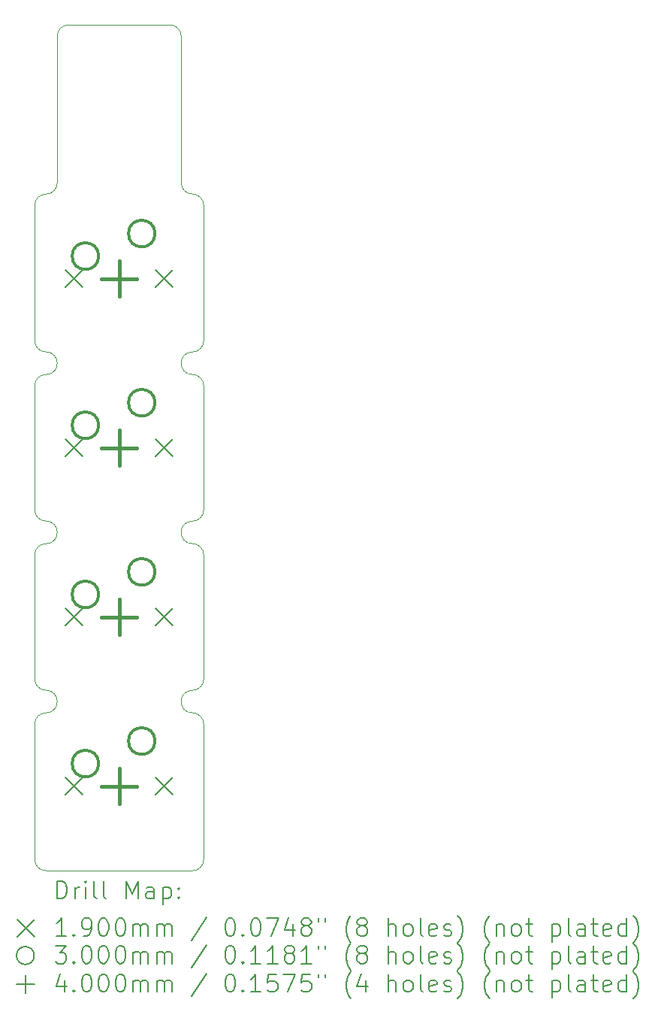
<source format=gbr>
%FSLAX45Y45*%
G04 Gerber Fmt 4.5, Leading zero omitted, Abs format (unit mm)*
G04 Created by KiCad (PCBNEW (6.0.1-0)) date 2022-02-06 13:56:44*
%MOMM*%
%LPD*%
G01*
G04 APERTURE LIST*
%TA.AperFunction,Profile*%
%ADD10C,0.100000*%
%TD*%
%ADD11C,0.200000*%
%ADD12C,0.190000*%
%ADD13C,0.300000*%
%ADD14C,0.400000*%
G04 APERTURE END LIST*
D10*
X11112500Y-10985500D02*
G75*
G03*
X10985500Y-10858500I-127000J0D01*
G01*
X9334500Y-12763500D02*
G75*
G03*
X9334500Y-12509500I0J127000D01*
G01*
X11112500Y-10477500D02*
X11112500Y-9080500D01*
X9207500Y-14414500D02*
G75*
G03*
X9334500Y-14541500I127000J0D01*
G01*
X11112500Y-8572500D02*
X11112500Y-7048500D01*
X10985500Y-10604500D02*
G75*
G03*
X10985500Y-10858500I0J-127000D01*
G01*
X11112500Y-7048500D02*
G75*
G03*
X10985500Y-6921500I-127000J0D01*
G01*
X9334500Y-10858500D02*
G75*
G03*
X9207500Y-10985500I0J-127000D01*
G01*
X9334500Y-8953500D02*
G75*
G03*
X9207500Y-9080500I0J-127000D01*
G01*
X10858500Y-6794500D02*
G75*
G03*
X10985500Y-6921500I127000J0D01*
G01*
X10731500Y-5016500D02*
X9588500Y-5016500D01*
X9207500Y-8572500D02*
G75*
G03*
X9334500Y-8699500I127000J0D01*
G01*
X10985500Y-8699500D02*
G75*
G03*
X11112500Y-8572500I0J127000D01*
G01*
X9207500Y-12382500D02*
G75*
G03*
X9334500Y-12509500I127000J0D01*
G01*
X10985500Y-10604500D02*
G75*
G03*
X11112500Y-10477500I0J127000D01*
G01*
X11112500Y-12382500D02*
X11112500Y-10985500D01*
X10985500Y-12509500D02*
G75*
G03*
X10985500Y-12763500I0J-127000D01*
G01*
X9334500Y-10858500D02*
G75*
G03*
X9334500Y-10604500I0J127000D01*
G01*
X11112500Y-9080500D02*
G75*
G03*
X10985500Y-8953500I-127000J0D01*
G01*
X10858500Y-5143500D02*
G75*
G03*
X10731500Y-5016500I-127000J0D01*
G01*
X9588500Y-5016500D02*
G75*
G03*
X9461500Y-5143500I0J-127000D01*
G01*
X9207500Y-9080500D02*
X9207500Y-10477500D01*
X9334500Y-6921500D02*
G75*
G03*
X9207500Y-7048500I0J-127000D01*
G01*
X9334500Y-12763500D02*
G75*
G03*
X9207500Y-12890500I0J-127000D01*
G01*
X9207500Y-10985500D02*
X9207500Y-12382500D01*
X10985500Y-14541500D02*
G75*
G03*
X11112500Y-14414500I0J127000D01*
G01*
X9334500Y-6921500D02*
G75*
G03*
X9461500Y-6794500I0J127000D01*
G01*
X9207500Y-12890500D02*
X9207500Y-14414500D01*
X11112500Y-12890500D02*
G75*
G03*
X10985500Y-12763500I-127000J0D01*
G01*
X9334500Y-14541500D02*
X10985500Y-14541500D01*
X9207500Y-10477500D02*
G75*
G03*
X9334500Y-10604500I127000J0D01*
G01*
X10985500Y-12509500D02*
G75*
G03*
X11112500Y-12382500I0J127000D01*
G01*
X10985500Y-8699500D02*
G75*
G03*
X10985500Y-8953500I0J-127000D01*
G01*
X9461500Y-5143500D02*
X9461500Y-6794500D01*
X9334500Y-8953500D02*
G75*
G03*
X9334500Y-8699500I0J127000D01*
G01*
X11112500Y-14414500D02*
X11112500Y-12890500D01*
X10858500Y-6794500D02*
X10858500Y-5143500D01*
X9207500Y-7048500D02*
X9207500Y-8572500D01*
D11*
D12*
X9557000Y-7779000D02*
X9747000Y-7969000D01*
X9747000Y-7779000D02*
X9557000Y-7969000D01*
X9557000Y-9684000D02*
X9747000Y-9874000D01*
X9747000Y-9684000D02*
X9557000Y-9874000D01*
X9557000Y-11589000D02*
X9747000Y-11779000D01*
X9747000Y-11589000D02*
X9557000Y-11779000D01*
X9557000Y-13494000D02*
X9747000Y-13684000D01*
X9747000Y-13494000D02*
X9557000Y-13684000D01*
X10573000Y-7779000D02*
X10763000Y-7969000D01*
X10763000Y-7779000D02*
X10573000Y-7969000D01*
X10573000Y-9684000D02*
X10763000Y-9874000D01*
X10763000Y-9684000D02*
X10573000Y-9874000D01*
X10573000Y-11589000D02*
X10763000Y-11779000D01*
X10763000Y-11589000D02*
X10573000Y-11779000D01*
X10573000Y-13494000D02*
X10763000Y-13684000D01*
X10763000Y-13494000D02*
X10573000Y-13684000D01*
D13*
X9929000Y-7620000D02*
G75*
G03*
X9929000Y-7620000I-150000J0D01*
G01*
X9929000Y-9525000D02*
G75*
G03*
X9929000Y-9525000I-150000J0D01*
G01*
X9929000Y-11430000D02*
G75*
G03*
X9929000Y-11430000I-150000J0D01*
G01*
X9929000Y-13335000D02*
G75*
G03*
X9929000Y-13335000I-150000J0D01*
G01*
X10564000Y-7366000D02*
G75*
G03*
X10564000Y-7366000I-150000J0D01*
G01*
X10564000Y-9271000D02*
G75*
G03*
X10564000Y-9271000I-150000J0D01*
G01*
X10564000Y-11176000D02*
G75*
G03*
X10564000Y-11176000I-150000J0D01*
G01*
X10564000Y-13081000D02*
G75*
G03*
X10564000Y-13081000I-150000J0D01*
G01*
D14*
X10160000Y-7674000D02*
X10160000Y-8074000D01*
X9960000Y-7874000D02*
X10360000Y-7874000D01*
X10160000Y-9579000D02*
X10160000Y-9979000D01*
X9960000Y-9779000D02*
X10360000Y-9779000D01*
X10160000Y-11484000D02*
X10160000Y-11884000D01*
X9960000Y-11684000D02*
X10360000Y-11684000D01*
X10160000Y-13389000D02*
X10160000Y-13789000D01*
X9960000Y-13589000D02*
X10360000Y-13589000D01*
D11*
X9460119Y-14856976D02*
X9460119Y-14656976D01*
X9507738Y-14656976D01*
X9536310Y-14666500D01*
X9555357Y-14685548D01*
X9564881Y-14704595D01*
X9574405Y-14742690D01*
X9574405Y-14771262D01*
X9564881Y-14809357D01*
X9555357Y-14828405D01*
X9536310Y-14847452D01*
X9507738Y-14856976D01*
X9460119Y-14856976D01*
X9660119Y-14856976D02*
X9660119Y-14723643D01*
X9660119Y-14761738D02*
X9669643Y-14742690D01*
X9679167Y-14733167D01*
X9698214Y-14723643D01*
X9717262Y-14723643D01*
X9783929Y-14856976D02*
X9783929Y-14723643D01*
X9783929Y-14656976D02*
X9774405Y-14666500D01*
X9783929Y-14676024D01*
X9793452Y-14666500D01*
X9783929Y-14656976D01*
X9783929Y-14676024D01*
X9907738Y-14856976D02*
X9888690Y-14847452D01*
X9879167Y-14828405D01*
X9879167Y-14656976D01*
X10012500Y-14856976D02*
X9993452Y-14847452D01*
X9983929Y-14828405D01*
X9983929Y-14656976D01*
X10241071Y-14856976D02*
X10241071Y-14656976D01*
X10307738Y-14799833D01*
X10374405Y-14656976D01*
X10374405Y-14856976D01*
X10555357Y-14856976D02*
X10555357Y-14752214D01*
X10545833Y-14733167D01*
X10526786Y-14723643D01*
X10488690Y-14723643D01*
X10469643Y-14733167D01*
X10555357Y-14847452D02*
X10536310Y-14856976D01*
X10488690Y-14856976D01*
X10469643Y-14847452D01*
X10460119Y-14828405D01*
X10460119Y-14809357D01*
X10469643Y-14790309D01*
X10488690Y-14780786D01*
X10536310Y-14780786D01*
X10555357Y-14771262D01*
X10650595Y-14723643D02*
X10650595Y-14923643D01*
X10650595Y-14733167D02*
X10669643Y-14723643D01*
X10707738Y-14723643D01*
X10726786Y-14733167D01*
X10736310Y-14742690D01*
X10745833Y-14761738D01*
X10745833Y-14818881D01*
X10736310Y-14837928D01*
X10726786Y-14847452D01*
X10707738Y-14856976D01*
X10669643Y-14856976D01*
X10650595Y-14847452D01*
X10831548Y-14837928D02*
X10841071Y-14847452D01*
X10831548Y-14856976D01*
X10822024Y-14847452D01*
X10831548Y-14837928D01*
X10831548Y-14856976D01*
X10831548Y-14733167D02*
X10841071Y-14742690D01*
X10831548Y-14752214D01*
X10822024Y-14742690D01*
X10831548Y-14733167D01*
X10831548Y-14752214D01*
D12*
X9012500Y-15091500D02*
X9202500Y-15281500D01*
X9202500Y-15091500D02*
X9012500Y-15281500D01*
D11*
X9564881Y-15276976D02*
X9450595Y-15276976D01*
X9507738Y-15276976D02*
X9507738Y-15076976D01*
X9488690Y-15105548D01*
X9469643Y-15124595D01*
X9450595Y-15134119D01*
X9650595Y-15257928D02*
X9660119Y-15267452D01*
X9650595Y-15276976D01*
X9641071Y-15267452D01*
X9650595Y-15257928D01*
X9650595Y-15276976D01*
X9755357Y-15276976D02*
X9793452Y-15276976D01*
X9812500Y-15267452D01*
X9822024Y-15257928D01*
X9841071Y-15229357D01*
X9850595Y-15191262D01*
X9850595Y-15115071D01*
X9841071Y-15096024D01*
X9831548Y-15086500D01*
X9812500Y-15076976D01*
X9774405Y-15076976D01*
X9755357Y-15086500D01*
X9745833Y-15096024D01*
X9736310Y-15115071D01*
X9736310Y-15162690D01*
X9745833Y-15181738D01*
X9755357Y-15191262D01*
X9774405Y-15200786D01*
X9812500Y-15200786D01*
X9831548Y-15191262D01*
X9841071Y-15181738D01*
X9850595Y-15162690D01*
X9974405Y-15076976D02*
X9993452Y-15076976D01*
X10012500Y-15086500D01*
X10022024Y-15096024D01*
X10031548Y-15115071D01*
X10041071Y-15153167D01*
X10041071Y-15200786D01*
X10031548Y-15238881D01*
X10022024Y-15257928D01*
X10012500Y-15267452D01*
X9993452Y-15276976D01*
X9974405Y-15276976D01*
X9955357Y-15267452D01*
X9945833Y-15257928D01*
X9936310Y-15238881D01*
X9926786Y-15200786D01*
X9926786Y-15153167D01*
X9936310Y-15115071D01*
X9945833Y-15096024D01*
X9955357Y-15086500D01*
X9974405Y-15076976D01*
X10164881Y-15076976D02*
X10183929Y-15076976D01*
X10202976Y-15086500D01*
X10212500Y-15096024D01*
X10222024Y-15115071D01*
X10231548Y-15153167D01*
X10231548Y-15200786D01*
X10222024Y-15238881D01*
X10212500Y-15257928D01*
X10202976Y-15267452D01*
X10183929Y-15276976D01*
X10164881Y-15276976D01*
X10145833Y-15267452D01*
X10136310Y-15257928D01*
X10126786Y-15238881D01*
X10117262Y-15200786D01*
X10117262Y-15153167D01*
X10126786Y-15115071D01*
X10136310Y-15096024D01*
X10145833Y-15086500D01*
X10164881Y-15076976D01*
X10317262Y-15276976D02*
X10317262Y-15143643D01*
X10317262Y-15162690D02*
X10326786Y-15153167D01*
X10345833Y-15143643D01*
X10374405Y-15143643D01*
X10393452Y-15153167D01*
X10402976Y-15172214D01*
X10402976Y-15276976D01*
X10402976Y-15172214D02*
X10412500Y-15153167D01*
X10431548Y-15143643D01*
X10460119Y-15143643D01*
X10479167Y-15153167D01*
X10488690Y-15172214D01*
X10488690Y-15276976D01*
X10583929Y-15276976D02*
X10583929Y-15143643D01*
X10583929Y-15162690D02*
X10593452Y-15153167D01*
X10612500Y-15143643D01*
X10641071Y-15143643D01*
X10660119Y-15153167D01*
X10669643Y-15172214D01*
X10669643Y-15276976D01*
X10669643Y-15172214D02*
X10679167Y-15153167D01*
X10698214Y-15143643D01*
X10726786Y-15143643D01*
X10745833Y-15153167D01*
X10755357Y-15172214D01*
X10755357Y-15276976D01*
X11145833Y-15067452D02*
X10974405Y-15324595D01*
X11402976Y-15076976D02*
X11422024Y-15076976D01*
X11441071Y-15086500D01*
X11450595Y-15096024D01*
X11460119Y-15115071D01*
X11469643Y-15153167D01*
X11469643Y-15200786D01*
X11460119Y-15238881D01*
X11450595Y-15257928D01*
X11441071Y-15267452D01*
X11422024Y-15276976D01*
X11402976Y-15276976D01*
X11383928Y-15267452D01*
X11374405Y-15257928D01*
X11364881Y-15238881D01*
X11355357Y-15200786D01*
X11355357Y-15153167D01*
X11364881Y-15115071D01*
X11374405Y-15096024D01*
X11383928Y-15086500D01*
X11402976Y-15076976D01*
X11555357Y-15257928D02*
X11564881Y-15267452D01*
X11555357Y-15276976D01*
X11545833Y-15267452D01*
X11555357Y-15257928D01*
X11555357Y-15276976D01*
X11688690Y-15076976D02*
X11707738Y-15076976D01*
X11726786Y-15086500D01*
X11736309Y-15096024D01*
X11745833Y-15115071D01*
X11755357Y-15153167D01*
X11755357Y-15200786D01*
X11745833Y-15238881D01*
X11736309Y-15257928D01*
X11726786Y-15267452D01*
X11707738Y-15276976D01*
X11688690Y-15276976D01*
X11669643Y-15267452D01*
X11660119Y-15257928D01*
X11650595Y-15238881D01*
X11641071Y-15200786D01*
X11641071Y-15153167D01*
X11650595Y-15115071D01*
X11660119Y-15096024D01*
X11669643Y-15086500D01*
X11688690Y-15076976D01*
X11822024Y-15076976D02*
X11955357Y-15076976D01*
X11869643Y-15276976D01*
X12117262Y-15143643D02*
X12117262Y-15276976D01*
X12069643Y-15067452D02*
X12022024Y-15210309D01*
X12145833Y-15210309D01*
X12250595Y-15162690D02*
X12231548Y-15153167D01*
X12222024Y-15143643D01*
X12212500Y-15124595D01*
X12212500Y-15115071D01*
X12222024Y-15096024D01*
X12231548Y-15086500D01*
X12250595Y-15076976D01*
X12288690Y-15076976D01*
X12307738Y-15086500D01*
X12317262Y-15096024D01*
X12326786Y-15115071D01*
X12326786Y-15124595D01*
X12317262Y-15143643D01*
X12307738Y-15153167D01*
X12288690Y-15162690D01*
X12250595Y-15162690D01*
X12231548Y-15172214D01*
X12222024Y-15181738D01*
X12212500Y-15200786D01*
X12212500Y-15238881D01*
X12222024Y-15257928D01*
X12231548Y-15267452D01*
X12250595Y-15276976D01*
X12288690Y-15276976D01*
X12307738Y-15267452D01*
X12317262Y-15257928D01*
X12326786Y-15238881D01*
X12326786Y-15200786D01*
X12317262Y-15181738D01*
X12307738Y-15172214D01*
X12288690Y-15162690D01*
X12402976Y-15076976D02*
X12402976Y-15115071D01*
X12479167Y-15076976D02*
X12479167Y-15115071D01*
X12774405Y-15353167D02*
X12764881Y-15343643D01*
X12745833Y-15315071D01*
X12736309Y-15296024D01*
X12726786Y-15267452D01*
X12717262Y-15219833D01*
X12717262Y-15181738D01*
X12726786Y-15134119D01*
X12736309Y-15105548D01*
X12745833Y-15086500D01*
X12764881Y-15057928D01*
X12774405Y-15048405D01*
X12879167Y-15162690D02*
X12860119Y-15153167D01*
X12850595Y-15143643D01*
X12841071Y-15124595D01*
X12841071Y-15115071D01*
X12850595Y-15096024D01*
X12860119Y-15086500D01*
X12879167Y-15076976D01*
X12917262Y-15076976D01*
X12936309Y-15086500D01*
X12945833Y-15096024D01*
X12955357Y-15115071D01*
X12955357Y-15124595D01*
X12945833Y-15143643D01*
X12936309Y-15153167D01*
X12917262Y-15162690D01*
X12879167Y-15162690D01*
X12860119Y-15172214D01*
X12850595Y-15181738D01*
X12841071Y-15200786D01*
X12841071Y-15238881D01*
X12850595Y-15257928D01*
X12860119Y-15267452D01*
X12879167Y-15276976D01*
X12917262Y-15276976D01*
X12936309Y-15267452D01*
X12945833Y-15257928D01*
X12955357Y-15238881D01*
X12955357Y-15200786D01*
X12945833Y-15181738D01*
X12936309Y-15172214D01*
X12917262Y-15162690D01*
X13193452Y-15276976D02*
X13193452Y-15076976D01*
X13279167Y-15276976D02*
X13279167Y-15172214D01*
X13269643Y-15153167D01*
X13250595Y-15143643D01*
X13222024Y-15143643D01*
X13202976Y-15153167D01*
X13193452Y-15162690D01*
X13402976Y-15276976D02*
X13383928Y-15267452D01*
X13374405Y-15257928D01*
X13364881Y-15238881D01*
X13364881Y-15181738D01*
X13374405Y-15162690D01*
X13383928Y-15153167D01*
X13402976Y-15143643D01*
X13431548Y-15143643D01*
X13450595Y-15153167D01*
X13460119Y-15162690D01*
X13469643Y-15181738D01*
X13469643Y-15238881D01*
X13460119Y-15257928D01*
X13450595Y-15267452D01*
X13431548Y-15276976D01*
X13402976Y-15276976D01*
X13583928Y-15276976D02*
X13564881Y-15267452D01*
X13555357Y-15248405D01*
X13555357Y-15076976D01*
X13736309Y-15267452D02*
X13717262Y-15276976D01*
X13679167Y-15276976D01*
X13660119Y-15267452D01*
X13650595Y-15248405D01*
X13650595Y-15172214D01*
X13660119Y-15153167D01*
X13679167Y-15143643D01*
X13717262Y-15143643D01*
X13736309Y-15153167D01*
X13745833Y-15172214D01*
X13745833Y-15191262D01*
X13650595Y-15210309D01*
X13822024Y-15267452D02*
X13841071Y-15276976D01*
X13879167Y-15276976D01*
X13898214Y-15267452D01*
X13907738Y-15248405D01*
X13907738Y-15238881D01*
X13898214Y-15219833D01*
X13879167Y-15210309D01*
X13850595Y-15210309D01*
X13831548Y-15200786D01*
X13822024Y-15181738D01*
X13822024Y-15172214D01*
X13831548Y-15153167D01*
X13850595Y-15143643D01*
X13879167Y-15143643D01*
X13898214Y-15153167D01*
X13974405Y-15353167D02*
X13983928Y-15343643D01*
X14002976Y-15315071D01*
X14012500Y-15296024D01*
X14022024Y-15267452D01*
X14031548Y-15219833D01*
X14031548Y-15181738D01*
X14022024Y-15134119D01*
X14012500Y-15105548D01*
X14002976Y-15086500D01*
X13983928Y-15057928D01*
X13974405Y-15048405D01*
X14336309Y-15353167D02*
X14326786Y-15343643D01*
X14307738Y-15315071D01*
X14298214Y-15296024D01*
X14288690Y-15267452D01*
X14279167Y-15219833D01*
X14279167Y-15181738D01*
X14288690Y-15134119D01*
X14298214Y-15105548D01*
X14307738Y-15086500D01*
X14326786Y-15057928D01*
X14336309Y-15048405D01*
X14412500Y-15143643D02*
X14412500Y-15276976D01*
X14412500Y-15162690D02*
X14422024Y-15153167D01*
X14441071Y-15143643D01*
X14469643Y-15143643D01*
X14488690Y-15153167D01*
X14498214Y-15172214D01*
X14498214Y-15276976D01*
X14622024Y-15276976D02*
X14602976Y-15267452D01*
X14593452Y-15257928D01*
X14583928Y-15238881D01*
X14583928Y-15181738D01*
X14593452Y-15162690D01*
X14602976Y-15153167D01*
X14622024Y-15143643D01*
X14650595Y-15143643D01*
X14669643Y-15153167D01*
X14679167Y-15162690D01*
X14688690Y-15181738D01*
X14688690Y-15238881D01*
X14679167Y-15257928D01*
X14669643Y-15267452D01*
X14650595Y-15276976D01*
X14622024Y-15276976D01*
X14745833Y-15143643D02*
X14822024Y-15143643D01*
X14774405Y-15076976D02*
X14774405Y-15248405D01*
X14783928Y-15267452D01*
X14802976Y-15276976D01*
X14822024Y-15276976D01*
X15041071Y-15143643D02*
X15041071Y-15343643D01*
X15041071Y-15153167D02*
X15060119Y-15143643D01*
X15098214Y-15143643D01*
X15117262Y-15153167D01*
X15126786Y-15162690D01*
X15136309Y-15181738D01*
X15136309Y-15238881D01*
X15126786Y-15257928D01*
X15117262Y-15267452D01*
X15098214Y-15276976D01*
X15060119Y-15276976D01*
X15041071Y-15267452D01*
X15250595Y-15276976D02*
X15231548Y-15267452D01*
X15222024Y-15248405D01*
X15222024Y-15076976D01*
X15412500Y-15276976D02*
X15412500Y-15172214D01*
X15402976Y-15153167D01*
X15383928Y-15143643D01*
X15345833Y-15143643D01*
X15326786Y-15153167D01*
X15412500Y-15267452D02*
X15393452Y-15276976D01*
X15345833Y-15276976D01*
X15326786Y-15267452D01*
X15317262Y-15248405D01*
X15317262Y-15229357D01*
X15326786Y-15210309D01*
X15345833Y-15200786D01*
X15393452Y-15200786D01*
X15412500Y-15191262D01*
X15479167Y-15143643D02*
X15555357Y-15143643D01*
X15507738Y-15076976D02*
X15507738Y-15248405D01*
X15517262Y-15267452D01*
X15536309Y-15276976D01*
X15555357Y-15276976D01*
X15698214Y-15267452D02*
X15679167Y-15276976D01*
X15641071Y-15276976D01*
X15622024Y-15267452D01*
X15612500Y-15248405D01*
X15612500Y-15172214D01*
X15622024Y-15153167D01*
X15641071Y-15143643D01*
X15679167Y-15143643D01*
X15698214Y-15153167D01*
X15707738Y-15172214D01*
X15707738Y-15191262D01*
X15612500Y-15210309D01*
X15879167Y-15276976D02*
X15879167Y-15076976D01*
X15879167Y-15267452D02*
X15860119Y-15276976D01*
X15822024Y-15276976D01*
X15802976Y-15267452D01*
X15793452Y-15257928D01*
X15783928Y-15238881D01*
X15783928Y-15181738D01*
X15793452Y-15162690D01*
X15802976Y-15153167D01*
X15822024Y-15143643D01*
X15860119Y-15143643D01*
X15879167Y-15153167D01*
X15955357Y-15353167D02*
X15964881Y-15343643D01*
X15983928Y-15315071D01*
X15993452Y-15296024D01*
X16002976Y-15267452D01*
X16012500Y-15219833D01*
X16012500Y-15181738D01*
X16002976Y-15134119D01*
X15993452Y-15105548D01*
X15983928Y-15086500D01*
X15964881Y-15057928D01*
X15955357Y-15048405D01*
X9202500Y-15496500D02*
G75*
G03*
X9202500Y-15496500I-100000J0D01*
G01*
X9441071Y-15386976D02*
X9564881Y-15386976D01*
X9498214Y-15463167D01*
X9526786Y-15463167D01*
X9545833Y-15472690D01*
X9555357Y-15482214D01*
X9564881Y-15501262D01*
X9564881Y-15548881D01*
X9555357Y-15567928D01*
X9545833Y-15577452D01*
X9526786Y-15586976D01*
X9469643Y-15586976D01*
X9450595Y-15577452D01*
X9441071Y-15567928D01*
X9650595Y-15567928D02*
X9660119Y-15577452D01*
X9650595Y-15586976D01*
X9641071Y-15577452D01*
X9650595Y-15567928D01*
X9650595Y-15586976D01*
X9783929Y-15386976D02*
X9802976Y-15386976D01*
X9822024Y-15396500D01*
X9831548Y-15406024D01*
X9841071Y-15425071D01*
X9850595Y-15463167D01*
X9850595Y-15510786D01*
X9841071Y-15548881D01*
X9831548Y-15567928D01*
X9822024Y-15577452D01*
X9802976Y-15586976D01*
X9783929Y-15586976D01*
X9764881Y-15577452D01*
X9755357Y-15567928D01*
X9745833Y-15548881D01*
X9736310Y-15510786D01*
X9736310Y-15463167D01*
X9745833Y-15425071D01*
X9755357Y-15406024D01*
X9764881Y-15396500D01*
X9783929Y-15386976D01*
X9974405Y-15386976D02*
X9993452Y-15386976D01*
X10012500Y-15396500D01*
X10022024Y-15406024D01*
X10031548Y-15425071D01*
X10041071Y-15463167D01*
X10041071Y-15510786D01*
X10031548Y-15548881D01*
X10022024Y-15567928D01*
X10012500Y-15577452D01*
X9993452Y-15586976D01*
X9974405Y-15586976D01*
X9955357Y-15577452D01*
X9945833Y-15567928D01*
X9936310Y-15548881D01*
X9926786Y-15510786D01*
X9926786Y-15463167D01*
X9936310Y-15425071D01*
X9945833Y-15406024D01*
X9955357Y-15396500D01*
X9974405Y-15386976D01*
X10164881Y-15386976D02*
X10183929Y-15386976D01*
X10202976Y-15396500D01*
X10212500Y-15406024D01*
X10222024Y-15425071D01*
X10231548Y-15463167D01*
X10231548Y-15510786D01*
X10222024Y-15548881D01*
X10212500Y-15567928D01*
X10202976Y-15577452D01*
X10183929Y-15586976D01*
X10164881Y-15586976D01*
X10145833Y-15577452D01*
X10136310Y-15567928D01*
X10126786Y-15548881D01*
X10117262Y-15510786D01*
X10117262Y-15463167D01*
X10126786Y-15425071D01*
X10136310Y-15406024D01*
X10145833Y-15396500D01*
X10164881Y-15386976D01*
X10317262Y-15586976D02*
X10317262Y-15453643D01*
X10317262Y-15472690D02*
X10326786Y-15463167D01*
X10345833Y-15453643D01*
X10374405Y-15453643D01*
X10393452Y-15463167D01*
X10402976Y-15482214D01*
X10402976Y-15586976D01*
X10402976Y-15482214D02*
X10412500Y-15463167D01*
X10431548Y-15453643D01*
X10460119Y-15453643D01*
X10479167Y-15463167D01*
X10488690Y-15482214D01*
X10488690Y-15586976D01*
X10583929Y-15586976D02*
X10583929Y-15453643D01*
X10583929Y-15472690D02*
X10593452Y-15463167D01*
X10612500Y-15453643D01*
X10641071Y-15453643D01*
X10660119Y-15463167D01*
X10669643Y-15482214D01*
X10669643Y-15586976D01*
X10669643Y-15482214D02*
X10679167Y-15463167D01*
X10698214Y-15453643D01*
X10726786Y-15453643D01*
X10745833Y-15463167D01*
X10755357Y-15482214D01*
X10755357Y-15586976D01*
X11145833Y-15377452D02*
X10974405Y-15634595D01*
X11402976Y-15386976D02*
X11422024Y-15386976D01*
X11441071Y-15396500D01*
X11450595Y-15406024D01*
X11460119Y-15425071D01*
X11469643Y-15463167D01*
X11469643Y-15510786D01*
X11460119Y-15548881D01*
X11450595Y-15567928D01*
X11441071Y-15577452D01*
X11422024Y-15586976D01*
X11402976Y-15586976D01*
X11383928Y-15577452D01*
X11374405Y-15567928D01*
X11364881Y-15548881D01*
X11355357Y-15510786D01*
X11355357Y-15463167D01*
X11364881Y-15425071D01*
X11374405Y-15406024D01*
X11383928Y-15396500D01*
X11402976Y-15386976D01*
X11555357Y-15567928D02*
X11564881Y-15577452D01*
X11555357Y-15586976D01*
X11545833Y-15577452D01*
X11555357Y-15567928D01*
X11555357Y-15586976D01*
X11755357Y-15586976D02*
X11641071Y-15586976D01*
X11698214Y-15586976D02*
X11698214Y-15386976D01*
X11679167Y-15415548D01*
X11660119Y-15434595D01*
X11641071Y-15444119D01*
X11945833Y-15586976D02*
X11831548Y-15586976D01*
X11888690Y-15586976D02*
X11888690Y-15386976D01*
X11869643Y-15415548D01*
X11850595Y-15434595D01*
X11831548Y-15444119D01*
X12060119Y-15472690D02*
X12041071Y-15463167D01*
X12031548Y-15453643D01*
X12022024Y-15434595D01*
X12022024Y-15425071D01*
X12031548Y-15406024D01*
X12041071Y-15396500D01*
X12060119Y-15386976D01*
X12098214Y-15386976D01*
X12117262Y-15396500D01*
X12126786Y-15406024D01*
X12136309Y-15425071D01*
X12136309Y-15434595D01*
X12126786Y-15453643D01*
X12117262Y-15463167D01*
X12098214Y-15472690D01*
X12060119Y-15472690D01*
X12041071Y-15482214D01*
X12031548Y-15491738D01*
X12022024Y-15510786D01*
X12022024Y-15548881D01*
X12031548Y-15567928D01*
X12041071Y-15577452D01*
X12060119Y-15586976D01*
X12098214Y-15586976D01*
X12117262Y-15577452D01*
X12126786Y-15567928D01*
X12136309Y-15548881D01*
X12136309Y-15510786D01*
X12126786Y-15491738D01*
X12117262Y-15482214D01*
X12098214Y-15472690D01*
X12326786Y-15586976D02*
X12212500Y-15586976D01*
X12269643Y-15586976D02*
X12269643Y-15386976D01*
X12250595Y-15415548D01*
X12231548Y-15434595D01*
X12212500Y-15444119D01*
X12402976Y-15386976D02*
X12402976Y-15425071D01*
X12479167Y-15386976D02*
X12479167Y-15425071D01*
X12774405Y-15663167D02*
X12764881Y-15653643D01*
X12745833Y-15625071D01*
X12736309Y-15606024D01*
X12726786Y-15577452D01*
X12717262Y-15529833D01*
X12717262Y-15491738D01*
X12726786Y-15444119D01*
X12736309Y-15415548D01*
X12745833Y-15396500D01*
X12764881Y-15367928D01*
X12774405Y-15358405D01*
X12879167Y-15472690D02*
X12860119Y-15463167D01*
X12850595Y-15453643D01*
X12841071Y-15434595D01*
X12841071Y-15425071D01*
X12850595Y-15406024D01*
X12860119Y-15396500D01*
X12879167Y-15386976D01*
X12917262Y-15386976D01*
X12936309Y-15396500D01*
X12945833Y-15406024D01*
X12955357Y-15425071D01*
X12955357Y-15434595D01*
X12945833Y-15453643D01*
X12936309Y-15463167D01*
X12917262Y-15472690D01*
X12879167Y-15472690D01*
X12860119Y-15482214D01*
X12850595Y-15491738D01*
X12841071Y-15510786D01*
X12841071Y-15548881D01*
X12850595Y-15567928D01*
X12860119Y-15577452D01*
X12879167Y-15586976D01*
X12917262Y-15586976D01*
X12936309Y-15577452D01*
X12945833Y-15567928D01*
X12955357Y-15548881D01*
X12955357Y-15510786D01*
X12945833Y-15491738D01*
X12936309Y-15482214D01*
X12917262Y-15472690D01*
X13193452Y-15586976D02*
X13193452Y-15386976D01*
X13279167Y-15586976D02*
X13279167Y-15482214D01*
X13269643Y-15463167D01*
X13250595Y-15453643D01*
X13222024Y-15453643D01*
X13202976Y-15463167D01*
X13193452Y-15472690D01*
X13402976Y-15586976D02*
X13383928Y-15577452D01*
X13374405Y-15567928D01*
X13364881Y-15548881D01*
X13364881Y-15491738D01*
X13374405Y-15472690D01*
X13383928Y-15463167D01*
X13402976Y-15453643D01*
X13431548Y-15453643D01*
X13450595Y-15463167D01*
X13460119Y-15472690D01*
X13469643Y-15491738D01*
X13469643Y-15548881D01*
X13460119Y-15567928D01*
X13450595Y-15577452D01*
X13431548Y-15586976D01*
X13402976Y-15586976D01*
X13583928Y-15586976D02*
X13564881Y-15577452D01*
X13555357Y-15558405D01*
X13555357Y-15386976D01*
X13736309Y-15577452D02*
X13717262Y-15586976D01*
X13679167Y-15586976D01*
X13660119Y-15577452D01*
X13650595Y-15558405D01*
X13650595Y-15482214D01*
X13660119Y-15463167D01*
X13679167Y-15453643D01*
X13717262Y-15453643D01*
X13736309Y-15463167D01*
X13745833Y-15482214D01*
X13745833Y-15501262D01*
X13650595Y-15520309D01*
X13822024Y-15577452D02*
X13841071Y-15586976D01*
X13879167Y-15586976D01*
X13898214Y-15577452D01*
X13907738Y-15558405D01*
X13907738Y-15548881D01*
X13898214Y-15529833D01*
X13879167Y-15520309D01*
X13850595Y-15520309D01*
X13831548Y-15510786D01*
X13822024Y-15491738D01*
X13822024Y-15482214D01*
X13831548Y-15463167D01*
X13850595Y-15453643D01*
X13879167Y-15453643D01*
X13898214Y-15463167D01*
X13974405Y-15663167D02*
X13983928Y-15653643D01*
X14002976Y-15625071D01*
X14012500Y-15606024D01*
X14022024Y-15577452D01*
X14031548Y-15529833D01*
X14031548Y-15491738D01*
X14022024Y-15444119D01*
X14012500Y-15415548D01*
X14002976Y-15396500D01*
X13983928Y-15367928D01*
X13974405Y-15358405D01*
X14336309Y-15663167D02*
X14326786Y-15653643D01*
X14307738Y-15625071D01*
X14298214Y-15606024D01*
X14288690Y-15577452D01*
X14279167Y-15529833D01*
X14279167Y-15491738D01*
X14288690Y-15444119D01*
X14298214Y-15415548D01*
X14307738Y-15396500D01*
X14326786Y-15367928D01*
X14336309Y-15358405D01*
X14412500Y-15453643D02*
X14412500Y-15586976D01*
X14412500Y-15472690D02*
X14422024Y-15463167D01*
X14441071Y-15453643D01*
X14469643Y-15453643D01*
X14488690Y-15463167D01*
X14498214Y-15482214D01*
X14498214Y-15586976D01*
X14622024Y-15586976D02*
X14602976Y-15577452D01*
X14593452Y-15567928D01*
X14583928Y-15548881D01*
X14583928Y-15491738D01*
X14593452Y-15472690D01*
X14602976Y-15463167D01*
X14622024Y-15453643D01*
X14650595Y-15453643D01*
X14669643Y-15463167D01*
X14679167Y-15472690D01*
X14688690Y-15491738D01*
X14688690Y-15548881D01*
X14679167Y-15567928D01*
X14669643Y-15577452D01*
X14650595Y-15586976D01*
X14622024Y-15586976D01*
X14745833Y-15453643D02*
X14822024Y-15453643D01*
X14774405Y-15386976D02*
X14774405Y-15558405D01*
X14783928Y-15577452D01*
X14802976Y-15586976D01*
X14822024Y-15586976D01*
X15041071Y-15453643D02*
X15041071Y-15653643D01*
X15041071Y-15463167D02*
X15060119Y-15453643D01*
X15098214Y-15453643D01*
X15117262Y-15463167D01*
X15126786Y-15472690D01*
X15136309Y-15491738D01*
X15136309Y-15548881D01*
X15126786Y-15567928D01*
X15117262Y-15577452D01*
X15098214Y-15586976D01*
X15060119Y-15586976D01*
X15041071Y-15577452D01*
X15250595Y-15586976D02*
X15231548Y-15577452D01*
X15222024Y-15558405D01*
X15222024Y-15386976D01*
X15412500Y-15586976D02*
X15412500Y-15482214D01*
X15402976Y-15463167D01*
X15383928Y-15453643D01*
X15345833Y-15453643D01*
X15326786Y-15463167D01*
X15412500Y-15577452D02*
X15393452Y-15586976D01*
X15345833Y-15586976D01*
X15326786Y-15577452D01*
X15317262Y-15558405D01*
X15317262Y-15539357D01*
X15326786Y-15520309D01*
X15345833Y-15510786D01*
X15393452Y-15510786D01*
X15412500Y-15501262D01*
X15479167Y-15453643D02*
X15555357Y-15453643D01*
X15507738Y-15386976D02*
X15507738Y-15558405D01*
X15517262Y-15577452D01*
X15536309Y-15586976D01*
X15555357Y-15586976D01*
X15698214Y-15577452D02*
X15679167Y-15586976D01*
X15641071Y-15586976D01*
X15622024Y-15577452D01*
X15612500Y-15558405D01*
X15612500Y-15482214D01*
X15622024Y-15463167D01*
X15641071Y-15453643D01*
X15679167Y-15453643D01*
X15698214Y-15463167D01*
X15707738Y-15482214D01*
X15707738Y-15501262D01*
X15612500Y-15520309D01*
X15879167Y-15586976D02*
X15879167Y-15386976D01*
X15879167Y-15577452D02*
X15860119Y-15586976D01*
X15822024Y-15586976D01*
X15802976Y-15577452D01*
X15793452Y-15567928D01*
X15783928Y-15548881D01*
X15783928Y-15491738D01*
X15793452Y-15472690D01*
X15802976Y-15463167D01*
X15822024Y-15453643D01*
X15860119Y-15453643D01*
X15879167Y-15463167D01*
X15955357Y-15663167D02*
X15964881Y-15653643D01*
X15983928Y-15625071D01*
X15993452Y-15606024D01*
X16002976Y-15577452D01*
X16012500Y-15529833D01*
X16012500Y-15491738D01*
X16002976Y-15444119D01*
X15993452Y-15415548D01*
X15983928Y-15396500D01*
X15964881Y-15367928D01*
X15955357Y-15358405D01*
X9102500Y-15716500D02*
X9102500Y-15916500D01*
X9002500Y-15816500D02*
X9202500Y-15816500D01*
X9545833Y-15773643D02*
X9545833Y-15906976D01*
X9498214Y-15697452D02*
X9450595Y-15840309D01*
X9574405Y-15840309D01*
X9650595Y-15887928D02*
X9660119Y-15897452D01*
X9650595Y-15906976D01*
X9641071Y-15897452D01*
X9650595Y-15887928D01*
X9650595Y-15906976D01*
X9783929Y-15706976D02*
X9802976Y-15706976D01*
X9822024Y-15716500D01*
X9831548Y-15726024D01*
X9841071Y-15745071D01*
X9850595Y-15783167D01*
X9850595Y-15830786D01*
X9841071Y-15868881D01*
X9831548Y-15887928D01*
X9822024Y-15897452D01*
X9802976Y-15906976D01*
X9783929Y-15906976D01*
X9764881Y-15897452D01*
X9755357Y-15887928D01*
X9745833Y-15868881D01*
X9736310Y-15830786D01*
X9736310Y-15783167D01*
X9745833Y-15745071D01*
X9755357Y-15726024D01*
X9764881Y-15716500D01*
X9783929Y-15706976D01*
X9974405Y-15706976D02*
X9993452Y-15706976D01*
X10012500Y-15716500D01*
X10022024Y-15726024D01*
X10031548Y-15745071D01*
X10041071Y-15783167D01*
X10041071Y-15830786D01*
X10031548Y-15868881D01*
X10022024Y-15887928D01*
X10012500Y-15897452D01*
X9993452Y-15906976D01*
X9974405Y-15906976D01*
X9955357Y-15897452D01*
X9945833Y-15887928D01*
X9936310Y-15868881D01*
X9926786Y-15830786D01*
X9926786Y-15783167D01*
X9936310Y-15745071D01*
X9945833Y-15726024D01*
X9955357Y-15716500D01*
X9974405Y-15706976D01*
X10164881Y-15706976D02*
X10183929Y-15706976D01*
X10202976Y-15716500D01*
X10212500Y-15726024D01*
X10222024Y-15745071D01*
X10231548Y-15783167D01*
X10231548Y-15830786D01*
X10222024Y-15868881D01*
X10212500Y-15887928D01*
X10202976Y-15897452D01*
X10183929Y-15906976D01*
X10164881Y-15906976D01*
X10145833Y-15897452D01*
X10136310Y-15887928D01*
X10126786Y-15868881D01*
X10117262Y-15830786D01*
X10117262Y-15783167D01*
X10126786Y-15745071D01*
X10136310Y-15726024D01*
X10145833Y-15716500D01*
X10164881Y-15706976D01*
X10317262Y-15906976D02*
X10317262Y-15773643D01*
X10317262Y-15792690D02*
X10326786Y-15783167D01*
X10345833Y-15773643D01*
X10374405Y-15773643D01*
X10393452Y-15783167D01*
X10402976Y-15802214D01*
X10402976Y-15906976D01*
X10402976Y-15802214D02*
X10412500Y-15783167D01*
X10431548Y-15773643D01*
X10460119Y-15773643D01*
X10479167Y-15783167D01*
X10488690Y-15802214D01*
X10488690Y-15906976D01*
X10583929Y-15906976D02*
X10583929Y-15773643D01*
X10583929Y-15792690D02*
X10593452Y-15783167D01*
X10612500Y-15773643D01*
X10641071Y-15773643D01*
X10660119Y-15783167D01*
X10669643Y-15802214D01*
X10669643Y-15906976D01*
X10669643Y-15802214D02*
X10679167Y-15783167D01*
X10698214Y-15773643D01*
X10726786Y-15773643D01*
X10745833Y-15783167D01*
X10755357Y-15802214D01*
X10755357Y-15906976D01*
X11145833Y-15697452D02*
X10974405Y-15954595D01*
X11402976Y-15706976D02*
X11422024Y-15706976D01*
X11441071Y-15716500D01*
X11450595Y-15726024D01*
X11460119Y-15745071D01*
X11469643Y-15783167D01*
X11469643Y-15830786D01*
X11460119Y-15868881D01*
X11450595Y-15887928D01*
X11441071Y-15897452D01*
X11422024Y-15906976D01*
X11402976Y-15906976D01*
X11383928Y-15897452D01*
X11374405Y-15887928D01*
X11364881Y-15868881D01*
X11355357Y-15830786D01*
X11355357Y-15783167D01*
X11364881Y-15745071D01*
X11374405Y-15726024D01*
X11383928Y-15716500D01*
X11402976Y-15706976D01*
X11555357Y-15887928D02*
X11564881Y-15897452D01*
X11555357Y-15906976D01*
X11545833Y-15897452D01*
X11555357Y-15887928D01*
X11555357Y-15906976D01*
X11755357Y-15906976D02*
X11641071Y-15906976D01*
X11698214Y-15906976D02*
X11698214Y-15706976D01*
X11679167Y-15735548D01*
X11660119Y-15754595D01*
X11641071Y-15764119D01*
X11936309Y-15706976D02*
X11841071Y-15706976D01*
X11831548Y-15802214D01*
X11841071Y-15792690D01*
X11860119Y-15783167D01*
X11907738Y-15783167D01*
X11926786Y-15792690D01*
X11936309Y-15802214D01*
X11945833Y-15821262D01*
X11945833Y-15868881D01*
X11936309Y-15887928D01*
X11926786Y-15897452D01*
X11907738Y-15906976D01*
X11860119Y-15906976D01*
X11841071Y-15897452D01*
X11831548Y-15887928D01*
X12012500Y-15706976D02*
X12145833Y-15706976D01*
X12060119Y-15906976D01*
X12317262Y-15706976D02*
X12222024Y-15706976D01*
X12212500Y-15802214D01*
X12222024Y-15792690D01*
X12241071Y-15783167D01*
X12288690Y-15783167D01*
X12307738Y-15792690D01*
X12317262Y-15802214D01*
X12326786Y-15821262D01*
X12326786Y-15868881D01*
X12317262Y-15887928D01*
X12307738Y-15897452D01*
X12288690Y-15906976D01*
X12241071Y-15906976D01*
X12222024Y-15897452D01*
X12212500Y-15887928D01*
X12402976Y-15706976D02*
X12402976Y-15745071D01*
X12479167Y-15706976D02*
X12479167Y-15745071D01*
X12774405Y-15983167D02*
X12764881Y-15973643D01*
X12745833Y-15945071D01*
X12736309Y-15926024D01*
X12726786Y-15897452D01*
X12717262Y-15849833D01*
X12717262Y-15811738D01*
X12726786Y-15764119D01*
X12736309Y-15735548D01*
X12745833Y-15716500D01*
X12764881Y-15687928D01*
X12774405Y-15678405D01*
X12936309Y-15773643D02*
X12936309Y-15906976D01*
X12888690Y-15697452D02*
X12841071Y-15840309D01*
X12964881Y-15840309D01*
X13193452Y-15906976D02*
X13193452Y-15706976D01*
X13279167Y-15906976D02*
X13279167Y-15802214D01*
X13269643Y-15783167D01*
X13250595Y-15773643D01*
X13222024Y-15773643D01*
X13202976Y-15783167D01*
X13193452Y-15792690D01*
X13402976Y-15906976D02*
X13383928Y-15897452D01*
X13374405Y-15887928D01*
X13364881Y-15868881D01*
X13364881Y-15811738D01*
X13374405Y-15792690D01*
X13383928Y-15783167D01*
X13402976Y-15773643D01*
X13431548Y-15773643D01*
X13450595Y-15783167D01*
X13460119Y-15792690D01*
X13469643Y-15811738D01*
X13469643Y-15868881D01*
X13460119Y-15887928D01*
X13450595Y-15897452D01*
X13431548Y-15906976D01*
X13402976Y-15906976D01*
X13583928Y-15906976D02*
X13564881Y-15897452D01*
X13555357Y-15878405D01*
X13555357Y-15706976D01*
X13736309Y-15897452D02*
X13717262Y-15906976D01*
X13679167Y-15906976D01*
X13660119Y-15897452D01*
X13650595Y-15878405D01*
X13650595Y-15802214D01*
X13660119Y-15783167D01*
X13679167Y-15773643D01*
X13717262Y-15773643D01*
X13736309Y-15783167D01*
X13745833Y-15802214D01*
X13745833Y-15821262D01*
X13650595Y-15840309D01*
X13822024Y-15897452D02*
X13841071Y-15906976D01*
X13879167Y-15906976D01*
X13898214Y-15897452D01*
X13907738Y-15878405D01*
X13907738Y-15868881D01*
X13898214Y-15849833D01*
X13879167Y-15840309D01*
X13850595Y-15840309D01*
X13831548Y-15830786D01*
X13822024Y-15811738D01*
X13822024Y-15802214D01*
X13831548Y-15783167D01*
X13850595Y-15773643D01*
X13879167Y-15773643D01*
X13898214Y-15783167D01*
X13974405Y-15983167D02*
X13983928Y-15973643D01*
X14002976Y-15945071D01*
X14012500Y-15926024D01*
X14022024Y-15897452D01*
X14031548Y-15849833D01*
X14031548Y-15811738D01*
X14022024Y-15764119D01*
X14012500Y-15735548D01*
X14002976Y-15716500D01*
X13983928Y-15687928D01*
X13974405Y-15678405D01*
X14336309Y-15983167D02*
X14326786Y-15973643D01*
X14307738Y-15945071D01*
X14298214Y-15926024D01*
X14288690Y-15897452D01*
X14279167Y-15849833D01*
X14279167Y-15811738D01*
X14288690Y-15764119D01*
X14298214Y-15735548D01*
X14307738Y-15716500D01*
X14326786Y-15687928D01*
X14336309Y-15678405D01*
X14412500Y-15773643D02*
X14412500Y-15906976D01*
X14412500Y-15792690D02*
X14422024Y-15783167D01*
X14441071Y-15773643D01*
X14469643Y-15773643D01*
X14488690Y-15783167D01*
X14498214Y-15802214D01*
X14498214Y-15906976D01*
X14622024Y-15906976D02*
X14602976Y-15897452D01*
X14593452Y-15887928D01*
X14583928Y-15868881D01*
X14583928Y-15811738D01*
X14593452Y-15792690D01*
X14602976Y-15783167D01*
X14622024Y-15773643D01*
X14650595Y-15773643D01*
X14669643Y-15783167D01*
X14679167Y-15792690D01*
X14688690Y-15811738D01*
X14688690Y-15868881D01*
X14679167Y-15887928D01*
X14669643Y-15897452D01*
X14650595Y-15906976D01*
X14622024Y-15906976D01*
X14745833Y-15773643D02*
X14822024Y-15773643D01*
X14774405Y-15706976D02*
X14774405Y-15878405D01*
X14783928Y-15897452D01*
X14802976Y-15906976D01*
X14822024Y-15906976D01*
X15041071Y-15773643D02*
X15041071Y-15973643D01*
X15041071Y-15783167D02*
X15060119Y-15773643D01*
X15098214Y-15773643D01*
X15117262Y-15783167D01*
X15126786Y-15792690D01*
X15136309Y-15811738D01*
X15136309Y-15868881D01*
X15126786Y-15887928D01*
X15117262Y-15897452D01*
X15098214Y-15906976D01*
X15060119Y-15906976D01*
X15041071Y-15897452D01*
X15250595Y-15906976D02*
X15231548Y-15897452D01*
X15222024Y-15878405D01*
X15222024Y-15706976D01*
X15412500Y-15906976D02*
X15412500Y-15802214D01*
X15402976Y-15783167D01*
X15383928Y-15773643D01*
X15345833Y-15773643D01*
X15326786Y-15783167D01*
X15412500Y-15897452D02*
X15393452Y-15906976D01*
X15345833Y-15906976D01*
X15326786Y-15897452D01*
X15317262Y-15878405D01*
X15317262Y-15859357D01*
X15326786Y-15840309D01*
X15345833Y-15830786D01*
X15393452Y-15830786D01*
X15412500Y-15821262D01*
X15479167Y-15773643D02*
X15555357Y-15773643D01*
X15507738Y-15706976D02*
X15507738Y-15878405D01*
X15517262Y-15897452D01*
X15536309Y-15906976D01*
X15555357Y-15906976D01*
X15698214Y-15897452D02*
X15679167Y-15906976D01*
X15641071Y-15906976D01*
X15622024Y-15897452D01*
X15612500Y-15878405D01*
X15612500Y-15802214D01*
X15622024Y-15783167D01*
X15641071Y-15773643D01*
X15679167Y-15773643D01*
X15698214Y-15783167D01*
X15707738Y-15802214D01*
X15707738Y-15821262D01*
X15612500Y-15840309D01*
X15879167Y-15906976D02*
X15879167Y-15706976D01*
X15879167Y-15897452D02*
X15860119Y-15906976D01*
X15822024Y-15906976D01*
X15802976Y-15897452D01*
X15793452Y-15887928D01*
X15783928Y-15868881D01*
X15783928Y-15811738D01*
X15793452Y-15792690D01*
X15802976Y-15783167D01*
X15822024Y-15773643D01*
X15860119Y-15773643D01*
X15879167Y-15783167D01*
X15955357Y-15983167D02*
X15964881Y-15973643D01*
X15983928Y-15945071D01*
X15993452Y-15926024D01*
X16002976Y-15897452D01*
X16012500Y-15849833D01*
X16012500Y-15811738D01*
X16002976Y-15764119D01*
X15993452Y-15735548D01*
X15983928Y-15716500D01*
X15964881Y-15687928D01*
X15955357Y-15678405D01*
M02*

</source>
